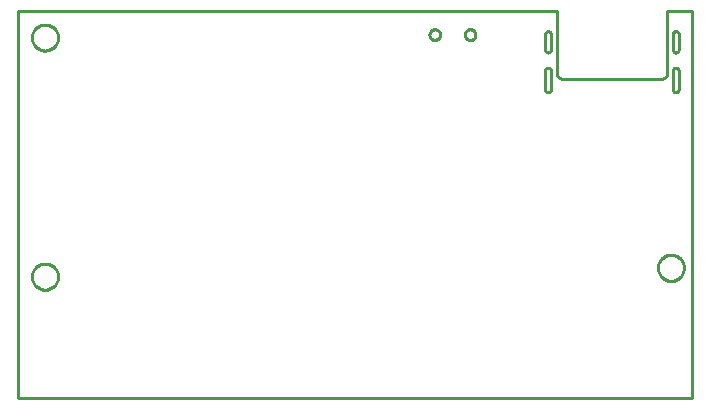
<source format=gbr>
G04 EAGLE Gerber RS-274X export*
G75*
%MOMM*%
%FSLAX34Y34*%
%LPD*%
%IN*%
%IPPOS*%
%AMOC8*
5,1,8,0,0,1.08239X$1,22.5*%
G01*
%ADD10C,0.254000*%


D10*
X0Y0D02*
X570000Y0D01*
X570000Y327500D01*
X549250Y327500D01*
X549250Y274750D01*
X549245Y274368D01*
X549206Y273987D01*
X549135Y273611D01*
X549031Y273243D01*
X548895Y272886D01*
X548729Y272541D01*
X548533Y272213D01*
X548309Y271903D01*
X548060Y271613D01*
X547786Y271346D01*
X547489Y271104D01*
X547173Y270889D01*
X546839Y270703D01*
X546490Y270546D01*
X546129Y270420D01*
X545759Y270326D01*
X545381Y270265D01*
X545000Y270236D01*
X544617Y270242D01*
X544500Y270250D01*
X460000Y270250D01*
X459609Y270289D01*
X459222Y270362D01*
X458844Y270468D01*
X458476Y270607D01*
X458122Y270777D01*
X457784Y270978D01*
X457464Y271207D01*
X457166Y271463D01*
X456891Y271745D01*
X456642Y272049D01*
X456420Y272374D01*
X456228Y272716D01*
X456066Y273075D01*
X455936Y273446D01*
X455839Y273827D01*
X455775Y274215D01*
X455750Y274500D01*
X455750Y327500D01*
X0Y327500D01*
X0Y0D01*
X446000Y261000D02*
X446010Y260782D01*
X446038Y260566D01*
X446085Y260353D01*
X446151Y260145D01*
X446234Y259943D01*
X446335Y259750D01*
X446452Y259566D01*
X446585Y259393D01*
X446732Y259232D01*
X446893Y259085D01*
X447066Y258952D01*
X447250Y258835D01*
X447443Y258734D01*
X447645Y258651D01*
X447853Y258585D01*
X448066Y258538D01*
X448282Y258510D01*
X448500Y258500D01*
X448718Y258510D01*
X448934Y258538D01*
X449147Y258585D01*
X449355Y258651D01*
X449557Y258734D01*
X449750Y258835D01*
X449934Y258952D01*
X450107Y259085D01*
X450268Y259232D01*
X450415Y259393D01*
X450548Y259566D01*
X450665Y259750D01*
X450766Y259943D01*
X450849Y260145D01*
X450915Y260353D01*
X450962Y260566D01*
X450991Y260782D01*
X451000Y261000D01*
X451000Y277000D01*
X450991Y277218D01*
X450962Y277434D01*
X450915Y277647D01*
X450849Y277855D01*
X450766Y278057D01*
X450665Y278250D01*
X450548Y278434D01*
X450415Y278607D01*
X450268Y278768D01*
X450107Y278915D01*
X449934Y279048D01*
X449750Y279165D01*
X449557Y279266D01*
X449355Y279349D01*
X449147Y279415D01*
X448934Y279462D01*
X448718Y279491D01*
X448500Y279500D01*
X448282Y279491D01*
X448066Y279462D01*
X447853Y279415D01*
X447645Y279349D01*
X447443Y279266D01*
X447250Y279165D01*
X447066Y279048D01*
X446893Y278915D01*
X446732Y278768D01*
X446585Y278607D01*
X446452Y278434D01*
X446335Y278250D01*
X446234Y278057D01*
X446151Y277855D01*
X446085Y277647D01*
X446038Y277434D01*
X446010Y277218D01*
X446000Y277000D01*
X446000Y261000D01*
X446000Y294800D02*
X446010Y294582D01*
X446038Y294366D01*
X446085Y294153D01*
X446151Y293945D01*
X446234Y293743D01*
X446335Y293550D01*
X446452Y293366D01*
X446585Y293193D01*
X446732Y293032D01*
X446893Y292885D01*
X447066Y292752D01*
X447250Y292635D01*
X447443Y292534D01*
X447645Y292451D01*
X447853Y292385D01*
X448066Y292338D01*
X448282Y292310D01*
X448500Y292300D01*
X448718Y292310D01*
X448934Y292338D01*
X449147Y292385D01*
X449355Y292451D01*
X449557Y292534D01*
X449750Y292635D01*
X449934Y292752D01*
X450107Y292885D01*
X450268Y293032D01*
X450415Y293193D01*
X450548Y293366D01*
X450665Y293550D01*
X450766Y293743D01*
X450849Y293945D01*
X450915Y294153D01*
X450962Y294366D01*
X450991Y294582D01*
X451000Y294800D01*
X451000Y307800D01*
X450991Y308018D01*
X450962Y308234D01*
X450915Y308447D01*
X450849Y308655D01*
X450766Y308857D01*
X450665Y309050D01*
X450548Y309234D01*
X450415Y309407D01*
X450268Y309568D01*
X450107Y309715D01*
X449934Y309848D01*
X449750Y309965D01*
X449557Y310066D01*
X449355Y310149D01*
X449147Y310215D01*
X448934Y310262D01*
X448718Y310291D01*
X448500Y310300D01*
X448282Y310291D01*
X448066Y310262D01*
X447853Y310215D01*
X447645Y310149D01*
X447443Y310066D01*
X447250Y309965D01*
X447066Y309848D01*
X446893Y309715D01*
X446732Y309568D01*
X446585Y309407D01*
X446452Y309234D01*
X446335Y309050D01*
X446234Y308857D01*
X446151Y308655D01*
X446085Y308447D01*
X446038Y308234D01*
X446010Y308018D01*
X446000Y307800D01*
X446000Y294800D01*
X554000Y294800D02*
X554010Y294582D01*
X554038Y294366D01*
X554085Y294153D01*
X554151Y293945D01*
X554234Y293743D01*
X554335Y293550D01*
X554452Y293366D01*
X554585Y293193D01*
X554732Y293032D01*
X554893Y292885D01*
X555066Y292752D01*
X555250Y292635D01*
X555443Y292534D01*
X555645Y292451D01*
X555853Y292385D01*
X556066Y292338D01*
X556282Y292310D01*
X556500Y292300D01*
X556718Y292310D01*
X556934Y292338D01*
X557147Y292385D01*
X557355Y292451D01*
X557557Y292534D01*
X557750Y292635D01*
X557934Y292752D01*
X558107Y292885D01*
X558268Y293032D01*
X558415Y293193D01*
X558548Y293366D01*
X558665Y293550D01*
X558766Y293743D01*
X558849Y293945D01*
X558915Y294153D01*
X558962Y294366D01*
X558991Y294582D01*
X559000Y294800D01*
X559000Y307800D01*
X558991Y308018D01*
X558962Y308234D01*
X558915Y308447D01*
X558849Y308655D01*
X558766Y308857D01*
X558665Y309050D01*
X558548Y309234D01*
X558415Y309407D01*
X558268Y309568D01*
X558107Y309715D01*
X557934Y309848D01*
X557750Y309965D01*
X557557Y310066D01*
X557355Y310149D01*
X557147Y310215D01*
X556934Y310262D01*
X556718Y310291D01*
X556500Y310300D01*
X556282Y310291D01*
X556066Y310262D01*
X555853Y310215D01*
X555645Y310149D01*
X555443Y310066D01*
X555250Y309965D01*
X555066Y309848D01*
X554893Y309715D01*
X554732Y309568D01*
X554585Y309407D01*
X554452Y309234D01*
X554335Y309050D01*
X554234Y308857D01*
X554151Y308655D01*
X554085Y308447D01*
X554038Y308234D01*
X554010Y308018D01*
X554000Y307800D01*
X554000Y294800D01*
X554000Y261000D02*
X554010Y260782D01*
X554038Y260566D01*
X554085Y260353D01*
X554151Y260145D01*
X554234Y259943D01*
X554335Y259750D01*
X554452Y259566D01*
X554585Y259393D01*
X554732Y259232D01*
X554893Y259085D01*
X555066Y258952D01*
X555250Y258835D01*
X555443Y258734D01*
X555645Y258651D01*
X555853Y258585D01*
X556066Y258538D01*
X556282Y258510D01*
X556500Y258500D01*
X556718Y258510D01*
X556934Y258538D01*
X557147Y258585D01*
X557355Y258651D01*
X557557Y258734D01*
X557750Y258835D01*
X557934Y258952D01*
X558107Y259085D01*
X558268Y259232D01*
X558415Y259393D01*
X558548Y259566D01*
X558665Y259750D01*
X558766Y259943D01*
X558849Y260145D01*
X558915Y260353D01*
X558962Y260566D01*
X558991Y260782D01*
X559000Y261000D01*
X559000Y277000D01*
X558991Y277218D01*
X558962Y277434D01*
X558915Y277647D01*
X558849Y277855D01*
X558766Y278057D01*
X558665Y278250D01*
X558548Y278434D01*
X558415Y278607D01*
X558268Y278768D01*
X558107Y278915D01*
X557934Y279048D01*
X557750Y279165D01*
X557557Y279266D01*
X557355Y279349D01*
X557147Y279415D01*
X556934Y279462D01*
X556718Y279491D01*
X556500Y279500D01*
X556282Y279491D01*
X556066Y279462D01*
X555853Y279415D01*
X555645Y279349D01*
X555443Y279266D01*
X555250Y279165D01*
X555066Y279048D01*
X554893Y278915D01*
X554732Y278768D01*
X554585Y278607D01*
X554452Y278434D01*
X554335Y278250D01*
X554234Y278057D01*
X554151Y277855D01*
X554085Y277647D01*
X554038Y277434D01*
X554010Y277218D01*
X554000Y277000D01*
X554000Y261000D01*
X33500Y304568D02*
X33432Y303706D01*
X33297Y302852D01*
X33095Y302012D01*
X32828Y301190D01*
X32497Y300391D01*
X32105Y299621D01*
X31653Y298884D01*
X31145Y298185D01*
X30584Y297527D01*
X29973Y296916D01*
X29315Y296355D01*
X28616Y295847D01*
X27879Y295395D01*
X27109Y295003D01*
X26310Y294672D01*
X25488Y294405D01*
X24648Y294203D01*
X23794Y294068D01*
X22932Y294000D01*
X22068Y294000D01*
X21206Y294068D01*
X20352Y294203D01*
X19512Y294405D01*
X18690Y294672D01*
X17891Y295003D01*
X17121Y295395D01*
X16384Y295847D01*
X15685Y296355D01*
X15027Y296916D01*
X14416Y297527D01*
X13855Y298185D01*
X13347Y298884D01*
X12895Y299621D01*
X12503Y300391D01*
X12172Y301190D01*
X11905Y302012D01*
X11703Y302852D01*
X11568Y303706D01*
X11500Y304568D01*
X11500Y305432D01*
X11568Y306294D01*
X11703Y307148D01*
X11905Y307988D01*
X12172Y308810D01*
X12503Y309609D01*
X12895Y310379D01*
X13347Y311116D01*
X13855Y311815D01*
X14416Y312473D01*
X15027Y313084D01*
X15685Y313645D01*
X16384Y314153D01*
X17121Y314605D01*
X17891Y314997D01*
X18690Y315328D01*
X19512Y315595D01*
X20352Y315797D01*
X21206Y315932D01*
X22068Y316000D01*
X22932Y316000D01*
X23794Y315932D01*
X24648Y315797D01*
X25488Y315595D01*
X26310Y315328D01*
X27109Y314997D01*
X27879Y314605D01*
X28616Y314153D01*
X29315Y313645D01*
X29973Y313084D01*
X30584Y312473D01*
X31145Y311815D01*
X31653Y311116D01*
X32105Y310379D01*
X32497Y309609D01*
X32828Y308810D01*
X33095Y307988D01*
X33297Y307148D01*
X33432Y306294D01*
X33500Y305432D01*
X33500Y304568D01*
X563500Y109568D02*
X563432Y108706D01*
X563297Y107852D01*
X563095Y107012D01*
X562828Y106190D01*
X562497Y105391D01*
X562105Y104621D01*
X561653Y103884D01*
X561145Y103185D01*
X560584Y102527D01*
X559973Y101916D01*
X559315Y101355D01*
X558616Y100847D01*
X557879Y100395D01*
X557109Y100003D01*
X556310Y99672D01*
X555488Y99405D01*
X554648Y99203D01*
X553794Y99068D01*
X552932Y99000D01*
X552068Y99000D01*
X551206Y99068D01*
X550352Y99203D01*
X549512Y99405D01*
X548690Y99672D01*
X547891Y100003D01*
X547121Y100395D01*
X546384Y100847D01*
X545685Y101355D01*
X545027Y101916D01*
X544416Y102527D01*
X543855Y103185D01*
X543347Y103884D01*
X542895Y104621D01*
X542503Y105391D01*
X542172Y106190D01*
X541905Y107012D01*
X541703Y107852D01*
X541568Y108706D01*
X541500Y109568D01*
X541500Y110432D01*
X541568Y111294D01*
X541703Y112148D01*
X541905Y112988D01*
X542172Y113810D01*
X542503Y114609D01*
X542895Y115379D01*
X543347Y116116D01*
X543855Y116815D01*
X544416Y117473D01*
X545027Y118084D01*
X545685Y118645D01*
X546384Y119153D01*
X547121Y119605D01*
X547891Y119997D01*
X548690Y120328D01*
X549512Y120595D01*
X550352Y120797D01*
X551206Y120932D01*
X552068Y121000D01*
X552932Y121000D01*
X553794Y120932D01*
X554648Y120797D01*
X555488Y120595D01*
X556310Y120328D01*
X557109Y119997D01*
X557879Y119605D01*
X558616Y119153D01*
X559315Y118645D01*
X559973Y118084D01*
X560584Y117473D01*
X561145Y116815D01*
X561653Y116116D01*
X562105Y115379D01*
X562497Y114609D01*
X562828Y113810D01*
X563095Y112988D01*
X563297Y112148D01*
X563432Y111294D01*
X563500Y110432D01*
X563500Y109568D01*
X33500Y102068D02*
X33432Y101206D01*
X33297Y100352D01*
X33095Y99512D01*
X32828Y98690D01*
X32497Y97891D01*
X32105Y97121D01*
X31653Y96384D01*
X31145Y95685D01*
X30584Y95027D01*
X29973Y94416D01*
X29315Y93855D01*
X28616Y93347D01*
X27879Y92895D01*
X27109Y92503D01*
X26310Y92172D01*
X25488Y91905D01*
X24648Y91703D01*
X23794Y91568D01*
X22932Y91500D01*
X22068Y91500D01*
X21206Y91568D01*
X20352Y91703D01*
X19512Y91905D01*
X18690Y92172D01*
X17891Y92503D01*
X17121Y92895D01*
X16384Y93347D01*
X15685Y93855D01*
X15027Y94416D01*
X14416Y95027D01*
X13855Y95685D01*
X13347Y96384D01*
X12895Y97121D01*
X12503Y97891D01*
X12172Y98690D01*
X11905Y99512D01*
X11703Y100352D01*
X11568Y101206D01*
X11500Y102068D01*
X11500Y102932D01*
X11568Y103794D01*
X11703Y104648D01*
X11905Y105488D01*
X12172Y106310D01*
X12503Y107109D01*
X12895Y107879D01*
X13347Y108616D01*
X13855Y109315D01*
X14416Y109973D01*
X15027Y110584D01*
X15685Y111145D01*
X16384Y111653D01*
X17121Y112105D01*
X17891Y112497D01*
X18690Y112828D01*
X19512Y113095D01*
X20352Y113297D01*
X21206Y113432D01*
X22068Y113500D01*
X22932Y113500D01*
X23794Y113432D01*
X24648Y113297D01*
X25488Y113095D01*
X26310Y112828D01*
X27109Y112497D01*
X27879Y112105D01*
X28616Y111653D01*
X29315Y111145D01*
X29973Y110584D01*
X30584Y109973D01*
X31145Y109315D01*
X31653Y108616D01*
X32105Y107879D01*
X32497Y107109D01*
X32828Y106310D01*
X33095Y105488D01*
X33297Y104648D01*
X33432Y103794D01*
X33500Y102932D01*
X33500Y102068D01*
X378000Y307205D02*
X378077Y306620D01*
X378230Y306050D01*
X378455Y305505D01*
X378750Y304995D01*
X379109Y304527D01*
X379527Y304109D01*
X379995Y303750D01*
X380505Y303455D01*
X381050Y303230D01*
X381620Y303077D01*
X382205Y303000D01*
X382795Y303000D01*
X383380Y303077D01*
X383950Y303230D01*
X384495Y303455D01*
X385005Y303750D01*
X385473Y304109D01*
X385891Y304527D01*
X386250Y304995D01*
X386545Y305505D01*
X386770Y306050D01*
X386923Y306620D01*
X387000Y307205D01*
X387000Y307795D01*
X386923Y308380D01*
X386770Y308950D01*
X386545Y309495D01*
X386250Y310005D01*
X385891Y310473D01*
X385473Y310891D01*
X385005Y311250D01*
X384495Y311545D01*
X383950Y311770D01*
X383380Y311923D01*
X382795Y312000D01*
X382205Y312000D01*
X381620Y311923D01*
X381050Y311770D01*
X380505Y311545D01*
X379995Y311250D01*
X379527Y310891D01*
X379109Y310473D01*
X378750Y310005D01*
X378455Y309495D01*
X378230Y308950D01*
X378077Y308380D01*
X378000Y307795D01*
X378000Y307205D01*
X348000Y307205D02*
X348077Y306620D01*
X348230Y306050D01*
X348455Y305505D01*
X348750Y304995D01*
X349109Y304527D01*
X349527Y304109D01*
X349995Y303750D01*
X350505Y303455D01*
X351050Y303230D01*
X351620Y303077D01*
X352205Y303000D01*
X352795Y303000D01*
X353380Y303077D01*
X353950Y303230D01*
X354495Y303455D01*
X355005Y303750D01*
X355473Y304109D01*
X355891Y304527D01*
X356250Y304995D01*
X356545Y305505D01*
X356770Y306050D01*
X356923Y306620D01*
X357000Y307205D01*
X357000Y307795D01*
X356923Y308380D01*
X356770Y308950D01*
X356545Y309495D01*
X356250Y310005D01*
X355891Y310473D01*
X355473Y310891D01*
X355005Y311250D01*
X354495Y311545D01*
X353950Y311770D01*
X353380Y311923D01*
X352795Y312000D01*
X352205Y312000D01*
X351620Y311923D01*
X351050Y311770D01*
X350505Y311545D01*
X349995Y311250D01*
X349527Y310891D01*
X349109Y310473D01*
X348750Y310005D01*
X348455Y309495D01*
X348230Y308950D01*
X348077Y308380D01*
X348000Y307795D01*
X348000Y307205D01*
M02*

</source>
